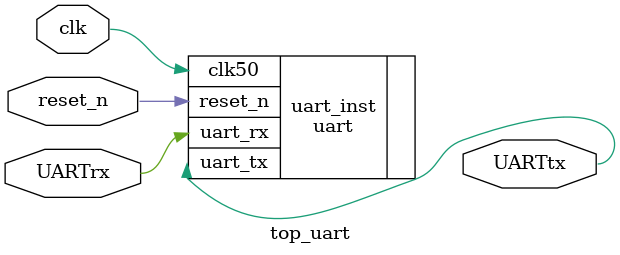
<source format=sv>
`define v1_2 "-name IO_STANDARD \"1.2-V\""
`define v2_5 "-name IO_STANDARD \"2.5-V\""

`define pin_clk      "H12"
`define pin_reset    "P11"
`define pin_uart_rx  "M9"
`define pin_uart_tx  "L9"

module top_uart(
    (* chip_pin = `pin_clk *)      input  clk,
    (* altera_attribute = `v1_2, chip_pin = `pin_reset *)   input  reset_n, // активный низкий (кнопка на 1.2V)
    (* altera_attribute = `v2_5, chip_pin = `pin_uart_rx *) input  UARTrx,
    (* altera_attribute = `v2_5, chip_pin = `pin_uart_tx *) output UARTtx
);

    // Подключаем к uart (reset_n — active low)
    uart uart_inst (
        .clk50(clk),
        .reset_n(reset_n),
        .uart_rx(UARTrx),
        .uart_tx(UARTtx)
    );

endmodule

</source>
